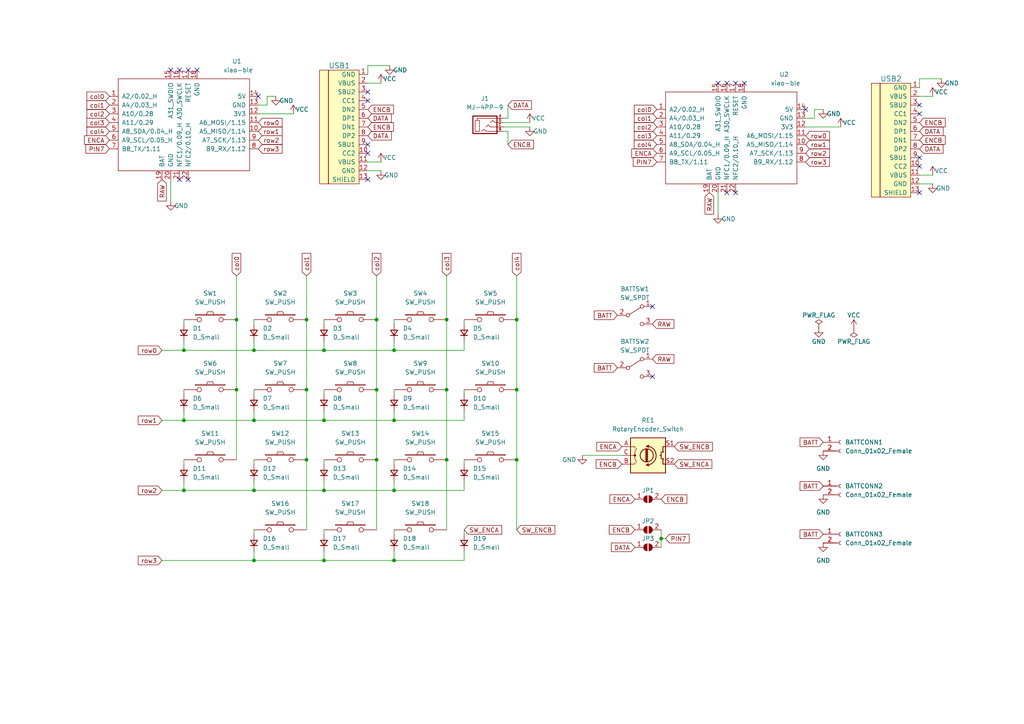
<source format=kicad_sch>
(kicad_sch (version 20211123) (generator eeschema)
  (paper "A4")
  (lib_symbols
    (symbol "Connector:Conn_01x02_Female" (pin_names (offset 1.016) hide)
      (property "Reference" "J" (at 0 2.54 0))
      (property "Value" "Conn_01x02_Female" (at 0 -5.08 0))
      (symbol "Conn_01x02_Female_1_1"
        (arc (start 0 -2.032) (mid -0.508 -2.54) (end 0 -3.048) (stroke (width 0.1524)))
        (polyline (pts (xy -1.27 -2.54) (xy -0.508 -2.54)) (stroke (width 0.1524)))
        (polyline (pts (xy -1.27 0) (xy -0.508 0)) (stroke (width 0.1524)))
        (arc (start 0 0.508) (mid -0.508 0) (end 0 -0.508) (stroke (width 0.1524)))
        (pin passive line (at -5.08 0 0) (length 3.81) (name "Pin_1") (number "1"))
        (pin passive line (at -5.08 -2.54 0) (length 3.81) (name "Pin_2") (number "2"))
      )
    )
    (symbol "Device:D_Small" (pin_numbers hide) (pin_names (offset 0.254) hide)
      (property "Reference" "D" (at -1.27 2.032 0))
      (property "Value" "D_Small" (at -3.81 -2.032 0))
      (symbol "D_Small_0_1"
        (polyline (pts (xy -0.762 -1.016) (xy -0.762 1.016)) (stroke (width 0.254)))
        (polyline (pts (xy -0.762 0) (xy 0.762 0)))
        (polyline (pts (xy 0.762 -1.016) (xy -0.762 0) (xy 0.762 1.016) (xy 0.762 -1.016)) (stroke (width 0.254)))
      )
      (symbol "D_Small_1_1"
        (pin passive line (at -2.54 0 0) (length 1.778) (name "K") (number "1"))
        (pin passive line (at 2.54 0 180) (length 1.778) (name "A") (number "2"))
      )
    )
    (symbol "Device:RotaryEncoder_Switch" (pin_names (offset 0.254) hide)
      (property "Reference" "SW" (at 0 6.604 0))
      (property "Value" "RotaryEncoder_Switch" (at 0 -6.604 0))
      (symbol "RotaryEncoder_Switch_0_1"
        (rectangle (start -5.08 5.08) (end 5.08 -5.08) (stroke (width 0.254)) (fill (type background)))
        (circle (center -3.81 0) (radius 0.254) (fill (type outline)))
        (arc (start -0.381 -2.794) (mid 2.3622 -0.0508) (end -0.381 2.667) (stroke (width 0.254)))
        (circle (center -0.381 0) (radius 1.905) (stroke (width 0.254)))
        (polyline (pts (xy -0.635 -1.778) (xy -0.635 1.778)) (stroke (width 0.254)))
        (polyline (pts (xy -0.381 -1.778) (xy -0.381 1.778)) (stroke (width 0.254)))
        (polyline (pts (xy -0.127 1.778) (xy -0.127 -1.778)) (stroke (width 0.254)))
        (polyline (pts (xy 3.81 0) (xy 3.429 0)) (stroke (width 0.254)))
        (polyline (pts (xy 3.81 1.016) (xy 3.81 -1.016)) (stroke (width 0.254)))
        (polyline (pts (xy -5.08 -2.54) (xy -3.81 -2.54) (xy -3.81 -2.032)))
        (polyline (pts (xy -5.08 2.54) (xy -3.81 2.54) (xy -3.81 2.032)))
        (polyline (pts (xy 0.254 -3.048) (xy -0.508 -2.794) (xy 0.127 -2.413)) (stroke (width 0.254)))
        (polyline (pts (xy 0.254 2.921) (xy -0.508 2.667) (xy 0.127 2.286)) (stroke (width 0.254)))
        (polyline (pts (xy 5.08 -2.54) (xy 4.318 -2.54) (xy 4.318 -1.016)) (stroke (width 0.254)))
        (polyline (pts (xy 5.08 2.54) (xy 4.318 2.54) (xy 4.318 1.016)) (stroke (width 0.254)))
        (polyline (pts (xy -5.08 0) (xy -3.81 0) (xy -3.81 -1.016) (xy -3.302 -2.032)))
        (polyline (pts (xy -4.318 0) (xy -3.81 0) (xy -3.81 1.016) (xy -3.302 2.032)))
        (circle (center 4.318 -1.016) (radius 0.127) (stroke (width 0.254)))
        (circle (center 4.318 1.016) (radius 0.127) (stroke (width 0.254)))
      )
      (symbol "RotaryEncoder_Switch_1_1"
        (pin passive line (at -7.62 2.54 0) (length 2.54) (name "A") (number "A"))
        (pin passive line (at -7.62 -2.54 0) (length 2.54) (name "B") (number "B"))
        (pin passive line (at -7.62 0 0) (length 2.54) (name "C") (number "C"))
        (pin passive line (at 7.62 2.54 180) (length 2.54) (name "S1") (number "S1"))
        (pin passive line (at 7.62 -2.54 180) (length 2.54) (name "S2") (number "S2"))
      )
    )
    (symbol "Jumper:SolderJumper_2_Open" (pin_names (offset 0) hide)
      (property "Reference" "JP" (at 0 2.032 0))
      (property "Value" "SolderJumper_2_Open" (at 0 -2.54 0))
      (symbol "SolderJumper_2_Open_0_1"
        (arc (start -0.254 1.016) (mid -1.27 0) (end -0.254 -1.016))
        (arc (start -0.254 1.016) (mid -1.27 0) (end -0.254 -1.016) (fill (type outline)))
        (polyline (pts (xy -0.254 1.016) (xy -0.254 -1.016)))
        (polyline (pts (xy 0.254 1.016) (xy 0.254 -1.016)))
        (arc (start 0.254 -1.016) (mid 1.27 0) (end 0.254 1.016))
        (arc (start 0.254 -1.016) (mid 1.27 0) (end 0.254 1.016) (fill (type outline)))
      )
      (symbol "SolderJumper_2_Open_1_1"
        (pin passive line (at -3.81 0 0) (length 2.54) (name "A") (number "1"))
        (pin passive line (at 3.81 0 180) (length 2.54) (name "B") (number "2"))
      )
    )
    (symbol "Switch:SW_SPDT" (pin_names (offset 0) hide)
      (property "Reference" "SW" (at 0 4.318 0))
      (property "Value" "SW_SPDT" (at 0 -5.08 0))
      (symbol "SW_SPDT_0_0"
        (circle (center -2.032 0) (radius 0.508))
        (circle (center 2.032 -2.54) (radius 0.508))
      )
      (symbol "SW_SPDT_0_1"
        (polyline (pts (xy -1.524 0.254) (xy 1.651 2.286)))
        (circle (center 2.032 2.54) (radius 0.508))
      )
      (symbol "SW_SPDT_1_1"
        (pin passive line (at 5.08 2.54 180) (length 2.54) (name "A") (number "1"))
        (pin passive line (at -5.08 0 0) (length 2.54) (name "B") (number "2"))
        (pin passive line (at 5.08 -2.54 180) (length 2.54) (name "C") (number "3"))
      )
    )
    (symbol "kbd:MJ-4PP-9" (pin_names (offset 1.016))
      (property "Reference" "J" (at 0 3.81 0))
      (property "Value" "MJ-4PP-9" (at 0 -3.81 0))
      (symbol "MJ-4PP-9_0_1"
        (rectangle (start -1.905 -1.905) (end -3.175 1.27))
        (polyline (pts (xy -2.54 1.27) (xy -2.54 1.905) (xy 3.175 1.905)))
        (polyline (pts (xy -1.27 -1.905) (xy -0.635 -1.27) (xy 0 -1.905) (xy 3.175 -1.905)))
        (polyline (pts (xy 0 -0.635) (xy 0.635 0) (xy 1.27 -0.635) (xy 3.175 -0.635)))
        (polyline (pts (xy 1.27 0.635) (xy 1.905 1.27) (xy 2.54 0.635) (xy 3.175 0.635)))
        (rectangle (start 3.175 2.54) (end -3.81 -2.54) (stroke (width 0.3048)))
      )
      (symbol "MJ-4PP-9_1_1"
        (pin input line (at 5.08 1.905 180) (length 2.0066) (name "~") (number "A"))
        (pin input line (at 5.08 -1.905 180) (length 2.0066) (name "~") (number "B"))
        (pin input line (at 5.08 -0.635 180) (length 2.0066) (name "~") (number "C"))
        (pin input line (at 5.08 0.635 180) (length 2.0066) (name "~") (number "D"))
      )
    )
    (symbol "kbd:SW_PUSH" (pin_numbers hide) (pin_names (offset 1.016) hide)
      (property "Reference" "SW" (at 3.81 2.794 0))
      (property "Value" "SW_PUSH" (at 0 -2.032 0))
      (symbol "SW_PUSH_0_1"
        (rectangle (start -4.318 1.27) (end 4.318 1.524))
        (polyline (pts (xy -1.016 1.524) (xy -0.762 2.286) (xy 0.762 2.286) (xy 1.016 1.524)))
        (pin passive inverted (at -7.62 0 0) (length 5.08) (name "1") (number "1"))
        (pin passive inverted (at 7.62 0 180) (length 5.08) (name "2") (number "2"))
      )
    )
    (symbol "kleeb-mcu:xiao-ble" (pin_names (offset 1.016))
      (property "Reference" "U" (at -17.78 16.51 0))
      (property "Value" "xiao-ble" (at -15.24 13.97 0))
      (symbol "xiao-ble_0_1"
        (rectangle (start -19.05 12.7) (end 19.05 -13.97))
      )
      (symbol "xiao-ble_1_1"
        (pin bidirectional line (at -21.59 7.62 0) (length 2.54) (name "A2/0.02_H") (number "1"))
        (pin bidirectional line (at 21.59 -2.54 180) (length 2.54) (name "A5_MISO/1.14") (number "10"))
        (pin bidirectional line (at 21.59 0 180) (length 2.54) (name "A6_MOSI/1.15") (number "11"))
        (pin power_out line (at 21.59 2.54 180) (length 2.54) (name "3V3") (number "12"))
        (pin power_out line (at 21.59 5.08 180) (length 2.54) (name "GND") (number "13"))
        (pin power_out line (at 21.59 7.62 180) (length 2.54) (name "5V") (number "14"))
        (pin input line (at -3.81 15.24 270) (length 2.54) (name "A31_SWDIO") (number "15"))
        (pin input line (at -1.27 15.24 270) (length 2.54) (name "A30_SWCLK") (number "16"))
        (pin input line (at 1.27 15.24 270) (length 2.54) (name "RESET") (number "17"))
        (pin power_out line (at 3.81 15.24 270) (length 2.54) (name "GND") (number "18"))
        (pin bidirectional line (at -6.35 -16.51 90) (length 2.54) (name "BAT") (number "19"))
        (pin bidirectional line (at -21.59 5.08 0) (length 2.54) (name "A4/0.03_H") (number "2"))
        (pin power_out line (at -3.81 -16.51 90) (length 2.54) (name "GND") (number "20"))
        (pin bidirectional line (at -1.27 -16.51 90) (length 2.54) (name "NFC1/0.09_H") (number "21"))
        (pin bidirectional line (at 1.27 -16.51 90) (length 2.54) (name "NFC2/0.10_H") (number "22"))
        (pin bidirectional line (at -21.59 2.54 0) (length 2.54) (name "A10/0.28") (number "3"))
        (pin bidirectional line (at -21.59 0 0) (length 2.54) (name "A11/0.29") (number "4"))
        (pin bidirectional line (at -21.59 -2.54 0) (length 2.54) (name "A8_SDA/0.04_H") (number "5"))
        (pin bidirectional line (at -21.59 -5.08 0) (length 2.54) (name "A9_SCL/0.05_H") (number "6"))
        (pin bidirectional line (at -21.59 -7.62 0) (length 2.54) (name "B8_TX/1.11") (number "7"))
        (pin bidirectional line (at 21.59 -7.62 180) (length 2.54) (name "B9_RX/1.12") (number "8"))
        (pin bidirectional line (at 21.59 -5.08 180) (length 2.54) (name "A7_SCK/1.13") (number "9"))
      )
    )
    (symbol "power:GND" (power) (pin_names (offset 0))
      (property "Value" "GND" (at 0 -3.81 0))
      (symbol "GND_0_1"
        (polyline (pts (xy 0 0) (xy 0 -1.27) (xy 1.27 -1.27) (xy 0 -2.54) (xy -1.27 -1.27) (xy 0 -1.27)))
      )
      (symbol "GND_1_1"
        (pin power_in line (at 0 0 270) (length 0) hide (name "GND") (number "1"))
      )
    )
    (symbol "power:PWR_FLAG" (power) (pin_numbers hide) (pin_names (offset 0) hide)
      (property "Value" "PWR_FLAG" (at 0 3.81 0))
      (symbol "PWR_FLAG_0_0"
        (pin power_out line (at 0 0 90) (length 0) (name "pwr") (number "1"))
      )
      (symbol "PWR_FLAG_0_1"
        (polyline (pts (xy 0 0) (xy 0 1.27) (xy -1.016 1.905) (xy 0 2.54) (xy 1.016 1.905) (xy 0 1.27)))
      )
    )
    (symbol "power:VCC" (power) (pin_names (offset 0))
      (property "Value" "VCC" (at 0 3.81 0))
      (symbol "VCC_0_1"
        (polyline (pts (xy -0.762 1.27) (xy 0 2.54)))
        (polyline (pts (xy 0 0) (xy 0 2.54)))
        (polyline (pts (xy 0 2.54) (xy 0.762 1.27)))
      )
      (symbol "VCC_1_1"
        (pin power_in line (at 0 0 90) (length 0) hide (name "VCC") (number "1"))
      )
    )
    (symbol "typec:HRO-TYPE-C-31-M-12" (pin_names (offset 1.016))
      (property "Reference" "USB" (at -5.08 16.51 0))
      (property "Value" "HRO-TYPE-C-31-M-12" (at -10.16 -1.27 90))
      (symbol "HRO-TYPE-C-31-M-12_0_1"
        (rectangle (start -11.43 15.24) (end -8.89 -17.78) (fill (type background)))
        (rectangle (start 0 -17.78) (end -8.89 15.24) (fill (type background)))
      )
      (symbol "HRO-TYPE-C-31-M-12_1_1"
        (pin input line (at 2.54 13.97 180) (length 2.54) (name "GND") (number "1"))
        (pin input line (at 2.54 -8.89 180) (length 2.54) (name "CC2") (number "10"))
        (pin input line (at 2.54 -11.43 180) (length 2.54) (name "VBUS") (number "11"))
        (pin input line (at 2.54 -13.97 180) (length 2.54) (name "GND") (number "12"))
        (pin input line (at 2.54 -16.51 180) (length 2.54) (name "SHIELD") (number "13"))
        (pin input line (at 2.54 11.43 180) (length 2.54) (name "VBUS") (number "2"))
        (pin input line (at 2.54 8.89 180) (length 2.54) (name "SBU2") (number "3"))
        (pin input line (at 2.54 6.35 180) (length 2.54) (name "CC1") (number "4"))
        (pin input line (at 2.54 3.81 180) (length 2.54) (name "DN2") (number "5"))
        (pin input line (at 2.54 1.27 180) (length 2.54) (name "DP1") (number "6"))
        (pin input line (at 2.54 -1.27 180) (length 2.54) (name "DN1") (number "7"))
        (pin input line (at 2.54 -3.81 180) (length 2.54) (name "DP2") (number "8"))
        (pin input line (at 2.54 -6.35 180) (length 2.54) (name "SBU1") (number "9"))
      )
    )
  )
  (junction (at 129.54 133.35))
  (junction (at 129.54 92.71))
  (junction (at 88.9 133.35))
  (junction (at 53.34 121.92))
  (junction (at 129.54 113.03))
  (junction (at 68.58 92.71))
  (junction (at 93.98 162.56))
  (junction (at 93.98 101.6))
  (junction (at 73.66 121.92))
  (junction (at 149.86 113.03))
  (junction (at 73.66 142.24))
  (junction (at 93.98 121.92))
  (junction (at 149.86 92.71))
  (junction (at 88.9 113.03))
  (junction (at 53.34 142.24))
  (junction (at 114.3 121.92))
  (junction (at 109.22 113.03))
  (junction (at 114.3 101.6))
  (junction (at 114.3 162.56))
  (junction (at 109.22 92.71))
  (junction (at 191.77 156.21))
  (junction (at 73.66 101.6))
  (junction (at 73.66 162.56))
  (junction (at 93.98 142.24))
  (junction (at 114.3 142.24))
  (junction (at 53.34 101.6))
  (junction (at 88.9 92.71))
  (junction (at 68.58 113.03))
  (junction (at 109.22 133.35))
  (junction (at 149.86 133.35))
  (no_connect (at 210.82 24.13))
  (no_connect (at 52.07 20.32))
  (no_connect (at 106.68 44.45))
  (no_connect (at 266.7 45.72))
  (no_connect (at 106.68 26.67))
  (no_connect (at 54.61 52.07))
  (no_connect (at 106.68 52.07))
  (no_connect (at 208.28 24.13))
  (no_connect (at 106.68 41.91))
  (no_connect (at 215.9 24.13))
  (no_connect (at 54.61 20.32))
  (no_connect (at 189.23 109.22))
  (no_connect (at 189.23 88.9))
  (no_connect (at 213.36 24.13))
  (no_connect (at 57.15 20.32))
  (no_connect (at 266.7 30.48))
  (no_connect (at 74.93 27.94))
  (no_connect (at 213.36 55.88))
  (no_connect (at 52.07 52.07))
  (no_connect (at 210.82 55.88))
  (no_connect (at 266.7 48.26))
  (no_connect (at 106.68 29.21))
  (no_connect (at 266.7 33.02))
  (no_connect (at 233.68 31.75))
  (no_connect (at 266.7 55.88))
  (no_connect (at 49.53 20.32))
  (wire (pts (xy 114.3 139.7) (xy 114.3 142.24)))
  (wire (pts (xy 73.66 153.67) (xy 73.66 154.94)))
  (wire (pts (xy 149.86 92.71) (xy 149.86 113.03)))
  (wire (pts (xy 74.93 33.02) (xy 85.09 33.02)))
  (wire (pts (xy 68.58 80.01) (xy 68.58 92.71)))
  (wire (pts (xy 88.9 80.01) (xy 88.9 92.71)))
  (wire (pts (xy 114.3 133.35) (xy 114.3 134.62)))
  (wire (pts (xy 106.68 19.05) (xy 106.68 21.59)))
  (wire (pts (xy 53.34 113.03) (xy 53.34 114.3)))
  (wire (pts (xy 73.66 121.92) (xy 93.98 121.92)))
  (wire (pts (xy 191.77 156.21) (xy 191.77 153.67)))
  (wire (pts (xy 93.98 99.06) (xy 93.98 101.6)))
  (wire (pts (xy 147.32 30.48) (xy 147.32 34.29)))
  (wire (pts (xy 73.66 119.38) (xy 73.66 121.92)))
  (wire (pts (xy 53.34 101.6) (xy 73.66 101.6)))
  (wire (pts (xy 146.05 35.56) (xy 153.67 35.56)))
  (wire (pts (xy 53.34 121.92) (xy 73.66 121.92)))
  (wire (pts (xy 73.66 92.71) (xy 73.66 93.98)))
  (wire (pts (xy 93.98 142.24) (xy 114.3 142.24)))
  (wire (pts (xy 147.32 38.1) (xy 147.32 41.91)))
  (wire (pts (xy 73.66 99.06) (xy 73.66 101.6)))
  (wire (pts (xy 68.58 92.71) (xy 68.58 113.03)))
  (wire (pts (xy 88.9 113.03) (xy 88.9 133.35)))
  (wire (pts (xy 109.22 80.01) (xy 109.22 92.71)))
  (wire (pts (xy 134.62 153.67) (xy 134.62 154.94)))
  (wire (pts (xy 73.66 113.03) (xy 73.66 114.3)))
  (wire (pts (xy 146.05 36.83) (xy 153.67 36.83)))
  (wire (pts (xy 266.7 53.34) (xy 270.51 53.34)))
  (wire (pts (xy 93.98 119.38) (xy 93.98 121.92)))
  (wire (pts (xy 53.34 133.35) (xy 53.34 134.62)))
  (wire (pts (xy 93.98 160.02) (xy 93.98 162.56)))
  (wire (pts (xy 114.3 153.67) (xy 114.3 154.94)))
  (wire (pts (xy 134.62 99.06) (xy 134.62 101.6)))
  (wire (pts (xy 73.66 133.35) (xy 73.66 134.62)))
  (wire (pts (xy 109.22 133.35) (xy 109.22 153.67)))
  (wire (pts (xy 73.66 139.7) (xy 73.66 142.24)))
  (wire (pts (xy 77.47 30.48) (xy 77.47 27.94)))
  (wire (pts (xy 266.7 50.8) (xy 270.51 50.8)))
  (wire (pts (xy 146.05 34.29) (xy 147.32 34.29)))
  (wire (pts (xy 233.68 36.83) (xy 243.84 36.83)))
  (wire (pts (xy 134.62 133.35) (xy 134.62 134.62)))
  (wire (pts (xy 266.7 22.86) (xy 266.7 25.4)))
  (wire (pts (xy 46.99 121.92) (xy 53.34 121.92)))
  (wire (pts (xy 114.3 92.71) (xy 114.3 93.98)))
  (wire (pts (xy 68.58 113.03) (xy 68.58 133.35)))
  (wire (pts (xy 149.86 133.35) (xy 149.86 153.67)))
  (wire (pts (xy 134.62 160.02) (xy 134.62 162.56)))
  (wire (pts (xy 93.98 162.56) (xy 114.3 162.56)))
  (wire (pts (xy 53.34 142.24) (xy 73.66 142.24)))
  (wire (pts (xy 191.77 156.21) (xy 191.77 158.75)))
  (wire (pts (xy 106.68 49.53) (xy 110.49 49.53)))
  (wire (pts (xy 46.99 101.6) (xy 53.34 101.6)))
  (wire (pts (xy 93.98 133.35) (xy 93.98 134.62)))
  (wire (pts (xy 114.3 99.06) (xy 114.3 101.6)))
  (wire (pts (xy 77.47 27.94) (xy 80.01 27.94)))
  (wire (pts (xy 233.68 34.29) (xy 236.22 34.29)))
  (wire (pts (xy 93.98 101.6) (xy 114.3 101.6)))
  (wire (pts (xy 53.34 92.71) (xy 53.34 93.98)))
  (wire (pts (xy 114.3 142.24) (xy 134.62 142.24)))
  (wire (pts (xy 93.98 139.7) (xy 93.98 142.24)))
  (wire (pts (xy 73.66 142.24) (xy 93.98 142.24)))
  (wire (pts (xy 134.62 113.03) (xy 134.62 114.3)))
  (wire (pts (xy 49.53 52.07) (xy 49.53 58.42)))
  (wire (pts (xy 134.62 92.71) (xy 134.62 93.98)))
  (wire (pts (xy 149.86 80.01) (xy 149.86 92.71)))
  (wire (pts (xy 266.7 22.86) (xy 273.05 22.86)))
  (wire (pts (xy 193.04 156.21) (xy 191.77 156.21)))
  (wire (pts (xy 106.68 46.99) (xy 110.49 46.99)))
  (wire (pts (xy 46.99 162.56) (xy 73.66 162.56)))
  (wire (pts (xy 93.98 121.92) (xy 114.3 121.92)))
  (wire (pts (xy 129.54 113.03) (xy 129.54 133.35)))
  (wire (pts (xy 73.66 160.02) (xy 73.66 162.56)))
  (wire (pts (xy 93.98 113.03) (xy 93.98 114.3)))
  (wire (pts (xy 146.05 38.1) (xy 147.32 38.1)))
  (wire (pts (xy 114.3 119.38) (xy 114.3 121.92)))
  (wire (pts (xy 93.98 92.71) (xy 93.98 93.98)))
  (wire (pts (xy 73.66 162.56) (xy 93.98 162.56)))
  (wire (pts (xy 53.34 139.7) (xy 53.34 142.24)))
  (wire (pts (xy 109.22 113.03) (xy 109.22 133.35)))
  (wire (pts (xy 74.93 30.48) (xy 77.47 30.48)))
  (wire (pts (xy 114.3 160.02) (xy 114.3 162.56)))
  (wire (pts (xy 109.22 92.71) (xy 109.22 113.03)))
  (wire (pts (xy 134.62 119.38) (xy 134.62 121.92)))
  (wire (pts (xy 106.68 19.05) (xy 113.03 19.05)))
  (wire (pts (xy 106.68 24.13) (xy 110.49 24.13)))
  (wire (pts (xy 88.9 133.35) (xy 88.9 153.67)))
  (wire (pts (xy 129.54 133.35) (xy 129.54 153.67)))
  (wire (pts (xy 114.3 101.6) (xy 134.62 101.6)))
  (wire (pts (xy 236.22 31.75) (xy 238.76 31.75)))
  (wire (pts (xy 88.9 92.71) (xy 88.9 113.03)))
  (wire (pts (xy 114.3 113.03) (xy 114.3 114.3)))
  (wire (pts (xy 208.28 55.88) (xy 208.28 62.23)))
  (wire (pts (xy 266.7 27.94) (xy 270.51 27.94)))
  (wire (pts (xy 129.54 92.71) (xy 129.54 113.03)))
  (wire (pts (xy 129.54 80.01) (xy 129.54 92.71)))
  (wire (pts (xy 53.34 99.06) (xy 53.34 101.6)))
  (wire (pts (xy 93.98 153.67) (xy 93.98 154.94)))
  (wire (pts (xy 134.62 139.7) (xy 134.62 142.24)))
  (wire (pts (xy 73.66 101.6) (xy 93.98 101.6)))
  (wire (pts (xy 46.99 142.24) (xy 53.34 142.24)))
  (wire (pts (xy 236.22 34.29) (xy 236.22 31.75)))
  (wire (pts (xy 149.86 113.03) (xy 149.86 133.35)))
  (wire (pts (xy 114.3 121.92) (xy 134.62 121.92)))
  (wire (pts (xy 114.3 162.56) (xy 134.62 162.56)))
  (wire (pts (xy 53.34 119.38) (xy 53.34 121.92)))
  (wire (pts (xy 180.34 132.08) (xy 168.91 132.08)))
  (global_label "ENCB" (shape input) (at 184.15 153.67 180) (property "Intersheet References" "${INTERSHEET_REFS}" (effects hide)))
  (global_label "col2" (shape input) (at 109.22 80.01 90) (property "Intersheet References" "${INTERSHEET_REFS}" (effects hide)))
  (global_label "row1" (shape input) (at 74.93 38.1 0) (property "Intersheet References" "${INTERSHEET_REFS}" (effects hide)))
  (global_label "row0" (shape input) (at 46.99 101.6 180) (property "Intersheet References" "${INTERSHEET_REFS}" (effects hide)))
  (global_label "ENCB" (shape input) (at 266.7 40.64 0) (property "Intersheet References" "${INTERSHEET_REFS}" (effects hide)))
  (global_label "row3" (shape input) (at 233.68 46.99 0) (property "Intersheet References" "${INTERSHEET_REFS}" (effects hide)))
  (global_label "col2" (shape input) (at 31.75 33.02 180) (property "Intersheet References" "${INTERSHEET_REFS}" (effects hide)))
  (global_label "BATT" (shape input) (at 238.76 140.97 180) (property "Intersheet References" "${INTERSHEET_REFS}" (effects hide)))
  (global_label "ENCA" (shape input) (at 190.5 44.45 180) (property "Intersheet References" "${INTERSHEET_REFS}" (effects hide)))
  (global_label "row1" (shape input) (at 233.68 41.91 0) (property "Intersheet References" "${INTERSHEET_REFS}" (effects hide)))
  (global_label "BATT" (shape input) (at 238.76 128.27 180) (property "Intersheet References" "${INTERSHEET_REFS}" (effects hide)))
  (global_label "col0" (shape input) (at 190.5 31.75 180) (property "Intersheet References" "${INTERSHEET_REFS}" (effects hide)))
  (global_label "ENCA" (shape input) (at 180.34 129.54 180) (property "Intersheet References" "${INTERSHEET_REFS}" (effects hide)))
  (global_label "ENCB" (shape input) (at 106.68 31.75 0) (property "Intersheet References" "${INTERSHEET_REFS}" (effects hide)))
  (global_label "ENCA" (shape input) (at 184.15 144.78 180) (property "Intersheet References" "${INTERSHEET_REFS}" (effects hide)))
  (global_label "col1" (shape input) (at 88.9 80.01 90) (property "Intersheet References" "${INTERSHEET_REFS}" (effects hide)))
  (global_label "DATA" (shape input) (at 266.7 38.1 0) (property "Intersheet References" "${INTERSHEET_REFS}" (effects hide)))
  (global_label "ENCB" (shape input) (at 106.68 36.83 0) (property "Intersheet References" "${INTERSHEET_REFS}" (effects hide)))
  (global_label "ENCB" (shape input) (at 180.34 134.62 180) (property "Intersheet References" "${INTERSHEET_REFS}" (effects hide)))
  (global_label "SW_ENCA" (shape input) (at 134.62 153.67 0) (property "Intersheet References" "${INTERSHEET_REFS}" (effects hide)))
  (global_label "PIN7" (shape input) (at 31.75 43.18 180) (property "Intersheet References" "${INTERSHEET_REFS}" (effects hide)))
  (global_label "col0" (shape input) (at 31.75 27.94 180) (property "Intersheet References" "${INTERSHEET_REFS}" (effects hide)))
  (global_label "col4" (shape input) (at 149.86 80.01 90) (property "Intersheet References" "${INTERSHEET_REFS}" (effects hide)))
  (global_label "RAW" (shape input) (at 189.23 93.98 0) (property "Intersheet References" "${INTERSHEET_REFS}" (effects hide)))
  (global_label "ENCA" (shape input) (at 31.75 40.64 180) (property "Intersheet References" "${INTERSHEET_REFS}" (effects hide)))
  (global_label "row3" (shape input) (at 74.93 43.18 0) (property "Intersheet References" "${INTERSHEET_REFS}" (effects hide)))
  (global_label "SW_ENCA" (shape input) (at 195.58 134.62 0) (property "Intersheet References" "${INTERSHEET_REFS}" (effects hide)))
  (global_label "RAW" (shape input) (at 205.74 55.88 270) (property "Intersheet References" "${INTERSHEET_REFS}" (effects hide)))
  (global_label "row2" (shape input) (at 233.68 44.45 0) (property "Intersheet References" "${INTERSHEET_REFS}" (effects hide)))
  (global_label "DATA" (shape input) (at 266.7 43.18 0) (property "Intersheet References" "${INTERSHEET_REFS}" (effects hide)))
  (global_label "col3" (shape input) (at 129.54 80.01 90) (property "Intersheet References" "${INTERSHEET_REFS}" (effects hide)))
  (global_label "col1" (shape input) (at 190.5 34.29 180) (property "Intersheet References" "${INTERSHEET_REFS}" (effects hide)))
  (global_label "PIN7" (shape input) (at 190.5 46.99 180) (property "Intersheet References" "${INTERSHEET_REFS}" (effects hide)))
  (global_label "col3" (shape input) (at 31.75 35.56 180) (property "Intersheet References" "${INTERSHEET_REFS}" (effects hide)))
  (global_label "DATA" (shape input) (at 106.68 34.29 0) (property "Intersheet References" "${INTERSHEET_REFS}" (effects hide)))
  (global_label "row2" (shape input) (at 46.99 142.24 180) (property "Intersheet References" "${INTERSHEET_REFS}" (effects hide)))
  (global_label "BATT" (shape input) (at 179.07 91.44 180) (property "Intersheet References" "${INTERSHEET_REFS}" (effects hide)))
  (global_label "row2" (shape input) (at 74.93 40.64 0) (property "Intersheet References" "${INTERSHEET_REFS}" (effects hide)))
  (global_label "DATA" (shape input) (at 184.15 158.75 180) (property "Intersheet References" "${INTERSHEET_REFS}" (effects hide)))
  (global_label "DATA" (shape input) (at 147.32 30.48 0) (property "Intersheet References" "${INTERSHEET_REFS}" (effects hide)))
  (global_label "row0" (shape input) (at 74.93 35.56 0) (property "Intersheet References" "${INTERSHEET_REFS}" (effects hide)))
  (global_label "BATT" (shape input) (at 179.07 106.68 180) (property "Intersheet References" "${INTERSHEET_REFS}" (effects hide)))
  (global_label "PIN7" (shape input) (at 193.04 156.21 0) (property "Intersheet References" "${INTERSHEET_REFS}" (effects hide)))
  (global_label "row3" (shape input) (at 46.99 162.56 180) (property "Intersheet References" "${INTERSHEET_REFS}" (effects hide)))
  (global_label "row0" (shape input) (at 233.68 39.37 0) (property "Intersheet References" "${INTERSHEET_REFS}" (effects hide)))
  (global_label "ENCB" (shape input) (at 147.32 41.91 0) (property "Intersheet References" "${INTERSHEET_REFS}" (effects hide)))
  (global_label "col0" (shape input) (at 68.58 80.01 90) (property "Intersheet References" "${INTERSHEET_REFS}" (effects hide)))
  (global_label "SW_ENCB" (shape input) (at 149.86 153.67 0) (property "Intersheet References" "${INTERSHEET_REFS}" (effects hide)))
  (global_label "ENCB" (shape input) (at 191.77 144.78 0) (property "Intersheet References" "${INTERSHEET_REFS}" (effects hide)))
  (global_label "RAW" (shape input) (at 46.99 52.07 270) (property "Intersheet References" "${INTERSHEET_REFS}" (effects hide)))
  (global_label "BATT" (shape input) (at 238.76 154.94 180) (property "Intersheet References" "${INTERSHEET_REFS}" (effects hide)))
  (global_label "SW_ENCB" (shape input) (at 195.58 129.54 0) (property "Intersheet References" "${INTERSHEET_REFS}" (effects hide)))
  (global_label "RAW" (shape input) (at 189.23 104.14 0) (property "Intersheet References" "${INTERSHEET_REFS}" (effects hide)))
  (global_label "DATA" (shape input) (at 106.68 39.37 0) (property "Intersheet References" "${INTERSHEET_REFS}" (effects hide)))
  (global_label "col1" (shape input) (at 31.75 30.48 180) (property "Intersheet References" "${INTERSHEET_REFS}" (effects hide)))
  (global_label "row1" (shape input) (at 46.99 121.92 180) (property "Intersheet References" "${INTERSHEET_REFS}" (effects hide)))
  (global_label "col4" (shape input) (at 31.75 38.1 180) (property "Intersheet References" "${INTERSHEET_REFS}" (effects hide)))
  (global_label "col4" (shape input) (at 190.5 41.91 180) (property "Intersheet References" "${INTERSHEET_REFS}" (effects hide)))
  (global_label "col3" (shape input) (at 190.5 39.37 180) (property "Intersheet References" "${INTERSHEET_REFS}" (effects hide)))
  (global_label "ENCB" (shape input) (at 266.7 35.56 0) (property "Intersheet References" "${INTERSHEET_REFS}" (effects hide)))
  (global_label "col2" (shape input) (at 190.5 36.83 180) (property "Intersheet References" "${INTERSHEET_REFS}" (effects hide)))
  (symbol (lib_id "Device:D_Small") (at 134.62 116.84 90) (unit 1)
    (property "Reference" "D10" (at 137.16 115.5699 90) (effects (justify right)))
    (property "Value" "D_Small" (at 137.16 118.1099 90) (effects (justify right)))
    (property "Footprint" "picachoc:D3_SMD" (effects hide))
  )
  (symbol (lib_id "Device:D_Small") (at 53.34 116.84 90) (unit 1)
    (property "Reference" "D6" (at 55.88 115.5699 90) (effects (justify right)))
    (property "Value" "D_Small" (at 55.88 118.1099 90) (effects (justify right)))
    (property "Footprint" "picachoc:D3_SMD" (effects hide))
  )
  (symbol (lib_id "Device:D_Small") (at 114.3 137.16 90) (unit 1)
    (property "Reference" "D14" (at 116.84 135.8899 90) (effects (justify right)))
    (property "Value" "D_Small" (at 116.84 138.4299 90) (effects (justify right)))
    (property "Footprint" "picachoc:D3_SMD" (effects hide))
  )
  (symbol (lib_id "kbd:SW_PUSH") (at 101.6 153.67 0) (unit 1)
    (property "Reference" "SW17" (at 101.6 146.05 0))
    (property "Value" "SW_PUSH" (at 101.6 148.59 0))
    (property "Footprint" "picachoc:Kailh-PG1350-1u" (effects hide))
  )
  (symbol (lib_id "power:VCC") (at 85.09 33.02 0) (unit 1)
    (property "Reference" "#PWR09" (effects hide))
    (property "Value" "VCC" (at 87.63 31.75 0))
  )
  (symbol (lib_id "power:GND") (at 270.51 53.34 0) (mirror y) (unit 1)
    (property "Reference" "#PWR016" (effects hide))
    (property "Value" "GND" (at 275.59 54.61 0) (effects (justify left)))
  )
  (symbol (lib_id "kbd:SW_PUSH") (at 81.28 133.35 0) (unit 1)
    (property "Reference" "SW12" (at 81.28 125.73 0))
    (property "Value" "SW_PUSH" (at 81.28 128.27 0))
    (property "Footprint" "picachoc:Kailh-PG1350-1u" (effects hide))
  )
  (symbol (lib_id "Device:D_Small") (at 53.34 96.52 90) (unit 1)
    (property "Reference" "D1" (at 55.88 95.2499 90) (effects (justify right)))
    (property "Value" "D_Small" (at 55.88 97.7899 90) (effects (justify right)))
    (property "Footprint" "picachoc:D3_SMD" (effects hide))
  )
  (symbol (lib_id "kbd:SW_PUSH") (at 121.92 92.71 0) (unit 1)
    (property "Reference" "SW4" (at 121.92 85.09 0))
    (property "Value" "SW_PUSH" (at 121.92 87.63 0))
    (property "Footprint" "picachoc:Kailh-PG1350-1u" (effects hide))
  )
  (symbol (lib_id "kleeb-mcu:xiao-ble") (at 212.09 39.37 0) (unit 1)
    (property "Reference" "U2" (at 226.06 21.59 0) (effects (justify left)))
    (property "Value" "xiao-ble" (at 223.52 24.13 0) (effects (justify left)))
    (property "Footprint" "picachoc:xiao-ble-smd" (effects hide))
  )
  (symbol (lib_id "power:VCC") (at 153.67 35.56 0) (unit 1)
    (property "Reference" "#PWR010" (effects hide))
    (property "Value" "VCC" (at 156.21 34.29 0))
  )
  (symbol (lib_id "power:PWR_FLAG") (at 237.49 95.25 0) (unit 1)
    (property "Reference" "#FLG01" (effects hide))
    (property "Value" "PWR_FLAG" (at 237.49 91.44 0))
  )
  (symbol (lib_id "power:VCC") (at 247.65 95.25 0) (unit 1)
    (property "Reference" "#PWR020" (effects hide))
    (property "Value" "VCC" (at 247.65 91.44 0))
  )
  (symbol (lib_id "power:GND") (at 238.76 157.48 0) (unit 1)
    (property "Reference" "#PWR01" (effects hide))
    (property "Value" "GND" (at 238.76 162.56 0))
  )
  (symbol (lib_id "power:GND") (at 80.01 27.94 0) (mirror y) (unit 1)
    (property "Reference" "#PWR06" (effects hide))
    (property "Value" "GND" (at 85.09 29.21 0) (effects (justify left)))
  )
  (symbol (lib_id "kbd:SW_PUSH") (at 101.6 133.35 0) (unit 1)
    (property "Reference" "SW13" (at 101.6 125.73 0))
    (property "Value" "SW_PUSH" (at 101.6 128.27 0))
    (property "Footprint" "picachoc:Kailh-PG1350-1u" (effects hide))
  )
  (symbol (lib_id "power:GND") (at 153.67 36.83 0) (mirror y) (unit 1)
    (property "Reference" "#PWR011" (effects hide))
    (property "Value" "GND" (at 158.75 38.1 0) (effects (justify left)))
  )
  (symbol (lib_id "Connector:Conn_01x02_Female") (at 243.84 128.27 0) (unit 1)
    (property "Reference" "BATTCONN1" (at 245.11 128.2699 0) (effects (justify left)))
    (property "Value" "Conn_01x02_Female" (at 245.11 130.8099 0) (effects (justify left)))
    (property "Footprint" "picachoc:JST_PH_S2B-PH-K_1x02_P2.00mm" (effects hide))
  )
  (symbol (lib_id "Device:D_Small") (at 134.62 96.52 90) (unit 1)
    (property "Reference" "D5" (at 137.16 95.2499 90) (effects (justify right)))
    (property "Value" "D_Small" (at 137.16 97.7899 90) (effects (justify right)))
    (property "Footprint" "picachoc:D3_SMD" (effects hide))
  )
  (symbol (lib_id "power:GND") (at 208.28 62.23 0) (mirror y) (unit 1)
    (property "Reference" "#PWR018" (effects hide))
    (property "Value" "GND" (at 213.36 63.5 0) (effects (justify left)))
  )
  (symbol (lib_id "kbd:SW_PUSH") (at 81.28 92.71 0) (unit 1)
    (property "Reference" "SW2" (at 81.28 85.09 0))
    (property "Value" "SW_PUSH" (at 81.28 87.63 0))
    (property "Footprint" "picachoc:Kailh-PG1350-1u" (effects hide))
  )
  (symbol (lib_id "Jumper:SolderJumper_2_Open") (at 187.96 144.78 0) (unit 1)
    (property "Reference" "JP1" (at 187.96 142.24 0))
    (property "Value" "SolderJumper_2_Open" (effects hide))
    (property "Footprint" "Jumper:SolderJumper-2_P1.3mm_Open_TrianglePad1.0x1.5mm" (effects hide))
  )
  (symbol (lib_id "kbd:SW_PUSH") (at 142.24 133.35 0) (unit 1)
    (property "Reference" "SW15" (at 142.24 125.73 0))
    (property "Value" "SW_PUSH" (at 142.24 128.27 0))
    (property "Footprint" "picachoc:Kailh-PG1350-1u" (effects hide))
  )
  (symbol (lib_id "power:VCC") (at 110.49 46.99 0) (unit 1)
    (property "Reference" "#PWR013" (effects hide))
    (property "Value" "VCC" (at 113.03 45.72 0))
  )
  (symbol (lib_id "power:GND") (at 237.49 95.25 0) (unit 1)
    (property "Reference" "#PWR019" (effects hide))
    (property "Value" "GND" (at 237.49 99.06 0))
  )
  (symbol (lib_id "Jumper:SolderJumper_2_Open") (at 187.96 158.75 0) (unit 1)
    (property "Reference" "JP3" (at 187.96 156.21 0))
    (property "Value" "SolderJumper_2_Open" (effects hide))
    (property "Footprint" "Jumper:SolderJumper-2_P1.3mm_Open_TrianglePad1.0x1.5mm" (effects hide))
  )
  (symbol (lib_id "Device:D_Small") (at 114.3 96.52 90) (unit 1)
    (property "Reference" "D4" (at 116.84 95.2499 90) (effects (justify right)))
    (property "Value" "D_Small" (at 116.84 97.7899 90) (effects (justify right)))
    (property "Footprint" "picachoc:D3_SMD" (effects hide))
  )
  (symbol (lib_id "power:GND") (at 238.76 130.81 0) (unit 1)
    (property "Reference" "#PWR021" (effects hide))
    (property "Value" "GND" (at 238.76 135.89 0))
  )
  (symbol (lib_id "Device:D_Small") (at 73.66 157.48 90) (unit 1)
    (property "Reference" "D16" (at 76.2 156.2099 90) (effects (justify right)))
    (property "Value" "D_Small" (at 76.2 158.7499 90) (effects (justify right)))
    (property "Footprint" "picachoc:D3_SMD" (effects hide))
  )
  (symbol (lib_id "Device:D_Small") (at 93.98 157.48 90) (unit 1)
    (property "Reference" "D17" (at 96.52 156.2099 90) (effects (justify right)))
    (property "Value" "D_Small" (at 96.52 158.7499 90) (effects (justify right)))
    (property "Footprint" "picachoc:D3_SMD" (effects hide))
  )
  (symbol (lib_id "power:GND") (at 110.49 49.53 0) (mirror y) (unit 1)
    (property "Reference" "#PWR014" (effects hide))
    (property "Value" "GND" (at 115.57 50.8 0) (effects (justify left)))
  )
  (symbol (lib_id "Device:D_Small") (at 73.66 116.84 90) (unit 1)
    (property "Reference" "D7" (at 76.2 115.5699 90) (effects (justify right)))
    (property "Value" "D_Small" (at 76.2 118.1099 90) (effects (justify right)))
    (property "Footprint" "picachoc:D3_SMD" (effects hide))
  )
  (symbol (lib_id "kbd:SW_PUSH") (at 60.96 113.03 0) (unit 1)
    (property "Reference" "SW6" (at 60.96 105.41 0))
    (property "Value" "SW_PUSH" (at 60.96 107.95 0))
    (property "Footprint" "picachoc:Kailh-PG1350-1u" (effects hide))
  )
  (symbol (lib_id "kbd:SW_PUSH") (at 121.92 133.35 0) (unit 1)
    (property "Reference" "SW14" (at 121.92 125.73 0))
    (property "Value" "SW_PUSH" (at 121.92 128.27 0))
    (property "Footprint" "picachoc:Kailh-PG1350-1u" (effects hide))
  )
  (symbol (lib_id "Device:D_Small") (at 134.62 137.16 90) (unit 1)
    (property "Reference" "D15" (at 137.16 135.8899 90) (effects (justify right)))
    (property "Value" "D_Small" (at 137.16 138.4299 90) (effects (justify right)))
    (property "Footprint" "picachoc:D3_SMD" (effects hide))
  )
  (symbol (lib_id "power:GND") (at 238.76 31.75 0) (mirror y) (unit 1)
    (property "Reference" "#PWR08" (effects hide))
    (property "Value" "GND" (at 243.84 33.02 0) (effects (justify left)))
  )
  (symbol (lib_id "Device:D_Small") (at 93.98 96.52 90) (unit 1)
    (property "Reference" "D3" (at 96.52 95.2499 90) (effects (justify right)))
    (property "Value" "D_Small" (at 96.52 97.7899 90) (effects (justify right)))
    (property "Footprint" "picachoc:D3_SMD" (effects hide))
  )
  (symbol (lib_id "power:GND") (at 113.03 19.05 0) (mirror y) (unit 1)
    (property "Reference" "#PWR02" (effects hide))
    (property "Value" "GND" (at 118.11 20.32 0) (effects (justify left)))
  )
  (symbol (lib_id "Jumper:SolderJumper_2_Open") (at 187.96 153.67 0) (unit 1)
    (property "Reference" "JP2" (at 187.96 151.13 0))
    (property "Value" "SolderJumper_2_Open" (effects hide))
    (property "Footprint" "Jumper:SolderJumper-2_P1.3mm_Open_TrianglePad1.0x1.5mm" (effects hide))
  )
  (symbol (lib_id "kbd:SW_PUSH") (at 142.24 92.71 0) (unit 1)
    (property "Reference" "SW5" (at 142.24 85.09 0))
    (property "Value" "SW_PUSH" (at 142.24 87.63 0))
    (property "Footprint" "picachoc:Kailh-PG1350-1u" (effects hide))
  )
  (symbol (lib_id "power:VCC") (at 243.84 36.83 0) (unit 1)
    (property "Reference" "#PWR012" (effects hide))
    (property "Value" "VCC" (at 246.38 35.56 0))
  )
  (symbol (lib_id "Device:D_Small") (at 93.98 137.16 90) (unit 1)
    (property "Reference" "D13" (at 96.52 135.8899 90) (effects (justify right)))
    (property "Value" "D_Small" (at 96.52 138.4299 90) (effects (justify right)))
    (property "Footprint" "picachoc:D3_SMD" (effects hide))
  )
  (symbol (lib_id "kbd:SW_PUSH") (at 101.6 92.71 0) (unit 1)
    (property "Reference" "SW3" (at 101.6 85.09 0))
    (property "Value" "SW_PUSH" (at 101.6 87.63 0))
    (property "Footprint" "picachoc:Kailh-PG1350-1u" (effects hide))
  )
  (symbol (lib_id "power:GND") (at 49.53 58.42 0) (mirror y) (unit 1)
    (property "Reference" "#PWR017" (effects hide))
    (property "Value" "GND" (at 54.61 59.69 0) (effects (justify left)))
  )
  (symbol (lib_id "power:VCC") (at 270.51 27.94 0) (unit 1)
    (property "Reference" "#PWR07" (effects hide))
    (property "Value" "VCC" (at 273.05 26.67 0))
  )
  (symbol (lib_id "Connector:Conn_01x02_Female") (at 243.84 154.94 0) (unit 1)
    (property "Reference" "BATTCONN3" (at 245.11 154.9399 0) (effects (justify left)))
    (property "Value" "Conn_01x02_Female" (at 245.11 157.4799 0) (effects (justify left)))
    (property "Footprint" "picachoc:JST_PH_S2B-PH-K_1x02_P2.00mm" (effects hide))
  )
  (symbol (lib_id "typec:HRO-TYPE-C-31-M-12") (at 264.16 39.37 0) (unit 1)
    (property "Reference" "USB2" (at 258.445 22.86 0) (effects (font (size 1.524 1.524))))
    (property "Value" "HRO-TYPE-C-31-M-12" (effects hide))
    (property "Footprint" "picachoc:HRO-TYPE-C-31-M-12-data" (effects hide))
  )
  (symbol (lib_id "power:GND") (at 168.91 132.08 0) (unit 1)
    (property "Reference" "#PWR023" (effects hide))
    (property "Value" "GND" (at 165.1 133.35 0))
  )
  (symbol (lib_id "Device:D_Small") (at 134.62 157.48 90) (unit 1)
    (property "Reference" "D19" (at 137.16 156.2099 90) (effects (justify right)))
    (property "Value" "D_Small" (at 137.16 158.7499 90) (effects (justify right)))
    (property "Footprint" "picachoc:D3_SMD" (effects hide))
  )
  (symbol (lib_id "kbd:SW_PUSH") (at 142.24 113.03 0) (unit 1)
    (property "Reference" "SW10" (at 142.24 105.41 0))
    (property "Value" "SW_PUSH" (at 142.24 107.95 0))
    (property "Footprint" "picachoc:Kailh-PG1350-1u" (effects hide))
  )
  (symbol (lib_id "Device:D_Small") (at 73.66 96.52 90) (unit 1)
    (property "Reference" "D2" (at 76.2 95.2499 90) (effects (justify right)))
    (property "Value" "D_Small" (at 76.2 97.7899 90) (effects (justify right)))
    (property "Footprint" "picachoc:D3_SMD" (effects hide))
  )
  (symbol (lib_id "kbd:SW_PUSH") (at 101.6 113.03 0) (unit 1)
    (property "Reference" "SW8" (at 101.6 105.41 0))
    (property "Value" "SW_PUSH" (at 101.6 107.95 0))
    (property "Footprint" "picachoc:Kailh-PG1350-1u" (effects hide))
  )
  (symbol (lib_id "Device:RotaryEncoder_Switch") (at 187.96 132.08 0) (unit 1)
    (property "Reference" "RE1" (at 187.96 121.92 0))
    (property "Value" "RotaryEncoder_Switch" (at 187.96 124.46 0))
    (property "Footprint" "picachoc:RotaryEncoder_EC11" (effects hide))
  )
  (symbol (lib_id "kbd:MJ-4PP-9") (at 140.97 36.195 0) (unit 1)
    (property "Reference" "J1" (at 140.6525 28.575 0))
    (property "Value" "MJ-4PP-9" (at 140.6525 31.115 0))
    (property "Footprint" "picachoc:MJ-4PP-9" (effects hide))
  )
  (symbol (lib_id "kleeb-mcu:xiao-ble") (at 53.34 35.56 0) (unit 1)
    (property "Reference" "U1" (at 67.31 17.78 0) (effects (justify left)))
    (property "Value" "xiao-ble" (at 64.77 20.32 0) (effects (justify left)))
    (property "Footprint" "picachoc:xiao-ble-smd" (effects hide))
  )
  (symbol (lib_id "kbd:SW_PUSH") (at 81.28 153.67 0) (unit 1)
    (property "Reference" "SW16" (at 81.28 146.05 0))
    (property "Value" "SW_PUSH" (at 81.28 148.59 0))
    (property "Footprint" "picachoc:Kailh-PG1350-1u" (effects hide))
  )
  (symbol (lib_id "Switch:SW_SPDT") (at 184.15 106.68 0) (unit 1)
    (property "Reference" "BATTSW2" (at 184.15 99.06 0))
    (property "Value" "SW_SPDT" (at 184.15 101.6 0))
    (property "Footprint" "Button_Switch_SMD:SW_SPDT_PCM12" (effects hide))
  )
  (symbol (lib_id "typec:HRO-TYPE-C-31-M-12") (at 104.14 35.56 0) (unit 1)
    (property "Reference" "USB1" (at 98.425 19.05 0) (effects (font (size 1.524 1.524))))
    (property "Value" "HRO-TYPE-C-31-M-12" (effects hide))
    (property "Footprint" "picachoc:HRO-TYPE-C-31-M-12-data" (effects hide))
  )
  (symbol (lib_id "power:PWR_FLAG") (at 247.65 95.25 180) (unit 1)
    (property "Reference" "#FLG02" (effects hide))
    (property "Value" "PWR_FLAG" (at 247.65 99.06 0))
  )
  (symbol (lib_id "Device:D_Small") (at 73.66 137.16 90) (unit 1)
    (property "Reference" "D12" (at 76.2 135.8899 90) (effects (justify right)))
    (property "Value" "D_Small" (at 76.2 138.4299 90) (effects (justify right)))
    (property "Footprint" "picachoc:D3_SMD" (effects hide))
  )
  (symbol (lib_id "kbd:SW_PUSH") (at 60.96 133.35 0) (unit 1)
    (property "Reference" "SW11" (at 60.96 125.73 0))
    (property "Value" "SW_PUSH" (at 60.96 128.27 0))
    (property "Footprint" "picachoc:Kailh-PG1350-1u" (effects hide))
  )
  (symbol (lib_id "Device:D_Small") (at 53.34 137.16 90) (unit 1)
    (property "Reference" "D11" (at 55.88 135.8899 90) (effects (justify right)))
    (property "Value" "D_Small" (at 55.88 138.4299 90) (effects (justify right)))
    (property "Footprint" "picachoc:D3_SMD" (effects hide))
  )
  (symbol (lib_id "kbd:SW_PUSH") (at 121.92 113.03 0) (unit 1)
    (property "Reference" "SW9" (at 121.92 105.41 0))
    (property "Value" "SW_PUSH" (at 121.92 107.95 0))
    (property "Footprint" "picachoc:Kailh-PG1350-1u" (effects hide))
  )
  (symbol (lib_id "kbd:SW_PUSH") (at 60.96 92.71 0) (unit 1)
    (property "Reference" "SW1" (at 60.96 85.09 0))
    (property "Value" "SW_PUSH" (at 60.96 87.63 0))
    (property "Footprint" "picachoc:Kailh-PG1350-1u" (effects hide))
  )
  (symbol (lib_id "kbd:SW_PUSH") (at 121.92 153.67 0) (unit 1)
    (property "Reference" "SW18" (at 121.92 146.05 0))
    (property "Value" "SW_PUSH" (at 121.92 148.59 0))
    (property "Footprint" "picachoc:Kailh-PG1350-1u" (effects hide))
  )
  (symbol (lib_id "Connector:Conn_01x02_Female") (at 243.84 140.97 0) (unit 1)
    (property "Reference" "BATTCONN2" (at 245.11 140.9699 0) (effects (justify left)))
    (property "Value" "Conn_01x02_Female" (at 245.11 143.5099 0) (effects (justify left)))
    (property "Footprint" "picachoc:JST_PH_S2B-PH-K_1x02_P2.00mm" (effects hide))
  )
  (symbol (lib_id "power:VCC") (at 110.49 24.13 0) (unit 1)
    (property "Reference" "#PWR05" (effects hide))
    (property "Value" "VCC" (at 113.03 22.86 0))
  )
  (symbol (lib_id "Device:D_Small") (at 93.98 116.84 90) (unit 1)
    (property "Reference" "D8" (at 96.52 115.5699 90) (effects (justify right)))
    (property "Value" "D_Small" (at 96.52 118.1099 90) (effects (justify right)))
    (property "Footprint" "picachoc:D3_SMD" (effects hide))
  )
  (symbol (lib_id "power:VCC") (at 270.51 50.8 0) (unit 1)
    (property "Reference" "#PWR015" (effects hide))
    (property "Value" "VCC" (at 273.05 49.53 0))
  )
  (symbol (lib_id "Device:D_Small") (at 114.3 157.48 90) (unit 1)
    (property "Reference" "D18" (at 116.84 156.2099 90) (effects (justify right)))
    (property "Value" "D_Small" (at 116.84 158.7499 90) (effects (justify right)))
    (property "Footprint" "picachoc:D3_SMD" (effects hide))
  )
  (symbol (lib_id "power:GND") (at 238.76 143.51 0) (unit 1)
    (property "Reference" "#PWR0101" (effects hide))
    (property "Value" "GND" (at 238.76 148.59 0))
  )
  (symbol (lib_id "kbd:SW_PUSH") (at 81.28 113.03 0) (unit 1)
    (property "Reference" "SW7" (at 81.28 105.41 0))
    (property "Value" "SW_PUSH" (at 81.28 107.95 0))
    (property "Footprint" "picachoc:Kailh-PG1350-1u" (effects hide))
  )
  (symbol (lib_id "power:GND") (at 273.05 22.86 0) (mirror y) (unit 1)
    (property "Reference" "#PWR04" (effects hide))
    (property "Value" "GND" (at 278.13 24.13 0) (effects (justify left)))
  )
  (symbol (lib_id "Switch:SW_SPDT") (at 184.15 91.44 0) (unit 1)
    (property "Reference" "BATTSW1" (at 184.15 83.82 0))
    (property "Value" "SW_SPDT" (at 184.15 86.36 0))
    (property "Footprint" "Button_Switch_SMD:SW_SPDT_PCM12" (effects hide))
  )
  (symbol (lib_id "Device:D_Small") (at 114.3 116.84 90) (unit 1)
    (property "Reference" "D9" (at 116.84 115.5699 90) (effects (justify right)))
    (property "Value" "D_Small" (at 116.84 118.1099 90) (effects (justify right)))
    (property "Footprint" "picachoc:D3_SMD" (effects hide))
  )
)
</source>
